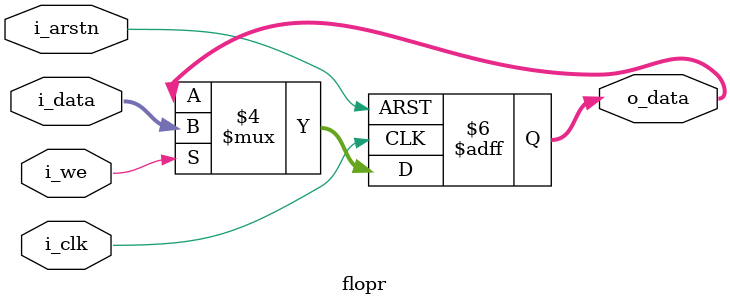
<source format=v>
`timescale 1ns/1ps

module flopr(i_clk, i_arstn, i_we, i_data, o_data);

input i_clk;
input i_we;
input i_arstn;
input [31:0] i_data;
output reg [31:0] o_data;

always @(posedge i_clk or negedge i_arstn) begin 
	if(!i_arstn) begin 
		o_data <= 32'b0;
	end else if(i_we) begin
		o_data <= i_data;
	end else begin 
		o_data <= o_data;
	end 
end

endmodule 

</source>
